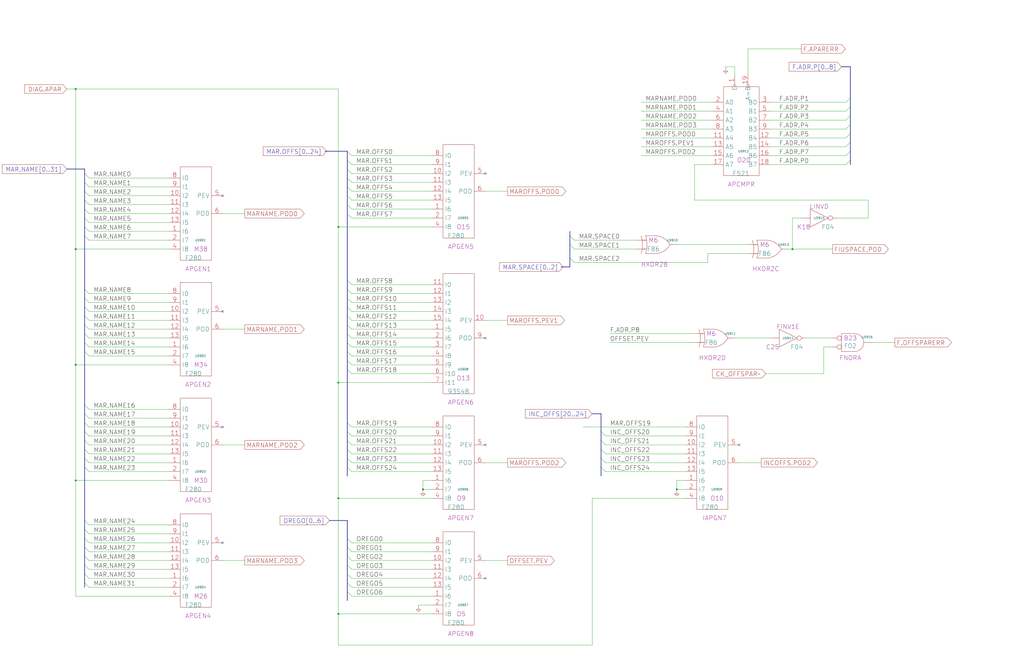
<source format=kicad_sch>
(kicad_sch (version 20230121) (generator eeschema)
  (paper "User" 584.2 378.46)
  (title_block (title "ADDRESS BUS PARITY\\nGENERATOR AND CHECKER") (date "20-MAR-90") (rev "1.0") (comment 1 "FIU") (comment 2 "232-003065") (comment 3 "S400") (comment 4 "RELEASED"))
  (lib_symbols
    (symbol "r1000:93S48" (pin_names (offset 1.016))
      (property "Reference" "U" (at 2.54 5.08 0))
      (property "Value" "93S48" (at -6.35 -7.62 0))
      (property "Location" "___" (at -1.27 0 0))
      (property "Name" "______" (at 1.27 -15.24 0))
      (symbol "93S48_1_1"
        (rectangle (start -8.89 59.69) (end 8.89 -8.89))
        (pin input line (at -15.24 27.94 0) (length 6.35) (name "I5") (number "1"))
        (pin output line (at 15.24 33.02 180) (length 6.35) (name "PEV") (number "10"))
        (pin input line (at -15.24 53.34 0) (length 6.35) (name "I0") (number "11"))
        (pin input line (at -15.24 48.26 0) (length 6.35) (name "I1") (number "12"))
        (pin input line (at -15.24 43.18 0) (length 6.35) (name "I2") (number "13"))
        (pin input line (at -15.24 38.1 0) (length 6.35) (name "I3") (number "14"))
        (pin input line (at -15.24 33.02 0) (length 6.35) (name "I4") (number "15"))
        (pin input line (at -15.24 22.86 0) (length 6.35) (name "I6") (number "2"))
        (pin input line (at -15.24 17.78 0) (length 6.35) (name "I7") (number "3"))
        (pin input line (at -15.24 12.7 0) (length 6.35) (name "I8") (number "4"))
        (pin input line (at -15.24 7.62 0) (length 6.35) (name "I9") (number "5"))
        (pin input line (at -15.24 2.54 0) (length 6.35) (name "I10") (number "6"))
        (pin input line (at -15.24 -2.54 0) (length 6.35) (name "I11") (number "7"))
        (pin output line (at 15.24 22.86 180) (length 6.35) (name "POD") (number "9"))
      )
    )
    (symbol "r1000:F02" (pin_numbers hide) (pin_names hide)
      (property "Reference" "U" (at 12.16 0.635 0))
      (property "Value" "F02" (at -1.27 -4.445 0))
      (property "Location" "___" (at 2.54 0 0))
      (property "Name" "______" (at 2.54 -12.7 0))
      (symbol "F02_0_1"
        (arc (start -3.81 -7.62) (mid -2.9847 -2.54) (end -3.81 2.54) (stroke (width 0.1524)))
        (polyline (pts (xy -5.08 -5.08) (xy -3.175 -5.08)) (stroke (width 0.1524)))
        (polyline (pts (xy -5.08 0) (xy -3.175 0)) (stroke (width 0.1524)))
        (polyline (pts (xy -3.81 -7.62) (xy 2.54 -7.62)) (stroke (width 0.1524)))
        (polyline (pts (xy -3.81 2.54) (xy 2.54 2.54)) (stroke (width 0.1524)))
        (polyline (pts (xy 13.97 -2.54) (xy 12.7 -2.54)) (stroke (width 0.1524)))
        (arc (start 2.54 -7.62) (mid 6.9515 -5.9823) (end 10.16 -2.54) (stroke (width 0.1524)))
        (arc (start 10.16 -2.54) (mid 6.9478 0.8966) (end 2.54 2.54) (stroke (width 0.1524)))
        (circle (center 11.43 -2.54) (radius 1.27) (stroke (width 0.1524)))
      )
      (symbol "F02_0_2"
        (circle (center -3.81 -5.08) (radius 1.27) (stroke (width 0.1524)))
        (circle (center -3.81 0) (radius 1.27) (stroke (width 0.1524)))
        (polyline (pts (xy -2.54 -7.62) (xy 5.08 -7.62)) (stroke (width 0.1524)))
        (polyline (pts (xy -2.54 2.54) (xy -2.54 -7.62)) (stroke (width 0.1524)))
        (polyline (pts (xy -2.54 2.54) (xy 5.08 2.54)) (stroke (width 0.1524)))
        (polyline (pts (xy 11.43 -2.54) (xy 10.16 -2.54)) (stroke (width 0.1524)))
        (polyline (pts (xy 11.43 -2.54) (xy 12.7 -2.54)) (stroke (width 0.1524)))
        (arc (start 5.08 -7.62) (mid 10.1282 -2.54) (end 5.08 2.54) (stroke (width 0.1524)))
      )
      (symbol "F02_1_1"
        (pin input line (at -7.62 0 0) (length 2.54) (name "D0") (number "1"))
        (pin input line (at -7.62 -5.08 0) (length 2.54) (name "D1") (number "2"))
        (pin output line (at 15.24 -2.54 180) (length 1.27) (name "Q") (number "3"))
      )
      (symbol "F02_1_2"
        (pin input line (at -7.62 0 0) (length 2.54) (name "D0") (number "1"))
        (pin input line (at -7.62 -5.08 0) (length 2.54) (name "D1") (number "2"))
        (pin output line (at 15.24 -2.54 180) (length 2.54) (name "Q") (number "3"))
      )
    )
    (symbol "r1000:F04" (pin_numbers hide) (pin_names hide)
      (property "Reference" "U" (at 0 0 0))
      (property "Value" "F04" (at 1.27 -5.08 0))
      (property "Location" "___" (at -12.7 -5.08 0))
      (property "Name" "______" (at 0 5.08 0))
      (symbol "F04_0_1"
        (polyline (pts (xy -7.62 0) (xy -5.08 0)) (stroke (width 0.1524)))
        (polyline (pts (xy -5.08 5.08) (xy -5.08 -5.08)) (stroke (width 0.1524)))
        (polyline (pts (xy 5.08 0) (xy -5.08 -5.08)) (stroke (width 0.1524)))
        (polyline (pts (xy 5.08 0) (xy -5.08 5.08)) (stroke (width 0.1524)))
        (circle (center 6.35 0) (radius 1.27) (stroke (width 0.1524)))
      )
      (symbol "F04_1_1"
        (pin input line (at -10.16 0 0) (length 2.54) (name "D0") (number "1"))
        (pin output line (at 10.16 0 180) (length 2.54) (name "Q") (number "2"))
      )
    )
    (symbol "r1000:F280" (pin_names (offset 1.016))
      (property "Reference" "U" (at 2.54 5.08 0))
      (property "Value" "F280" (at -6.35 -5.08 0))
      (property "Location" "___" (at -1.27 0 0))
      (property "Name" "______" (at 1.27 -12.7 0))
      (symbol "F280_1_1"
        (rectangle (start -8.89 46.99) (end 8.89 -6.35))
        (pin input line (at -15.24 10.16 0) (length 6.35) (name "I6") (number "1"))
        (pin input line (at -15.24 30.48 0) (length 6.35) (name "I2") (number "10"))
        (pin input line (at -15.24 25.4 0) (length 6.35) (name "I3") (number "11"))
        (pin input line (at -15.24 20.32 0) (length 6.35) (name "I4") (number "12"))
        (pin input line (at -15.24 15.24 0) (length 6.35) (name "I5") (number "13"))
        (pin input line (at -15.24 5.08 0) (length 6.35) (name "I7") (number "2"))
        (pin input line (at -15.24 0 0) (length 6.35) (name "I8") (number "4"))
        (pin output line (at 15.24 30.48 180) (length 6.35) (name "PEV") (number "5"))
        (pin output line (at 15.24 20.32 180) (length 6.35) (name "POD") (number "6"))
        (pin input line (at -15.24 40.64 0) (length 6.35) (name "I0") (number "8"))
        (pin input line (at -15.24 35.56 0) (length 6.35) (name "I1") (number "9"))
      )
    )
    (symbol "r1000:F521" (pin_names (offset 1.016))
      (property "Reference" "U" (at 2.54 5.08 0))
      (property "Value" "F521" (at -3.81 -7.62 0))
      (property "Location" "___" (at -1.27 0 0))
      (property "Name" "______" (at 1.27 -15.24 0))
      (symbol "F521_1_1"
        (rectangle (start -8.89 41.91) (end 11.43 -8.89))
        (circle (center -2.54 42.545) (radius 0.635))
        (circle (center 5.08 42.545) (radius 0.635))
        (pin input line (at -2.54 48.26 270) (length 5.08) (name "E") (number "1"))
        (pin input line (at -15.24 12.7 0) (length 6.35) (name "A4") (number "11"))
        (pin input line (at 17.78 12.7 180) (length 6.35) (name "B4") (number "12"))
        (pin input line (at -15.24 7.62 0) (length 6.35) (name "A5") (number "13"))
        (pin input line (at 17.78 7.62 180) (length 6.35) (name "B5") (number "14"))
        (pin input line (at -15.24 2.54 0) (length 6.35) (name "A6") (number "15"))
        (pin input line (at 17.78 2.54 180) (length 6.35) (name "B6") (number "16"))
        (pin input line (at -15.24 -2.54 0) (length 6.35) (name "A7") (number "17"))
        (pin input line (at 17.78 -2.54 180) (length 6.35) (name "B7") (number "18"))
        (pin output line (at 5.08 48.26 270) (length 5.08) (name "A=B") (number "19"))
        (pin input line (at -15.24 33.02 0) (length 6.35) (name "A0") (number "2"))
        (pin input line (at 17.78 33.02 180) (length 6.35) (name "B0") (number "3"))
        (pin input line (at -15.24 27.94 0) (length 6.35) (name "A1") (number "4"))
        (pin input line (at 17.78 27.94 180) (length 6.35) (name "B1") (number "5"))
        (pin input line (at -15.24 22.86 0) (length 6.35) (name "A2") (number "6"))
        (pin input line (at 17.78 22.86 180) (length 6.35) (name "B2") (number "7"))
        (pin input line (at -15.24 17.78 0) (length 6.35) (name "A3") (number "8"))
        (pin input line (at 17.78 17.78 180) (length 6.35) (name "B3") (number "9"))
      )
    )
    (symbol "r1000:F86" (pin_numbers hide) (pin_names hide)
      (property "Reference" "U" (at 12.7 2.54 0))
      (property "Value" "F86" (at 1.905 -2.54 0))
      (property "Location" "___" (at 1.905 2.54 0))
      (property "Name" "______" (at 2.54 -12.7 0))
      (symbol "F86_0_0"
        (arc (start -5.0873 -5.08) (mid -4.2626 0) (end -5.0873 5.08) (stroke (width 0.1524)))
        (arc (start -2.5473 -5.08) (mid -1.7226 0) (end -2.5473 5.08) (stroke (width 0.1524)))
        (polyline (pts (xy -2.54 -5.08) (xy 3.81 -5.08)) (stroke (width 0.1524)))
        (polyline (pts (xy -2.54 5.08) (xy 3.81 5.08)) (stroke (width 0.1524)))
        (arc (start 3.81 -5.08) (mid 8.2204 -3.4405) (end 11.43 0) (stroke (width 0.1524)))
        (arc (start 11.43 0) (mid 8.2216 3.4424) (end 3.81 5.08) (stroke (width 0.1524)))
      )
      (symbol "F86_0_1"
        (polyline (pts (xy -3.81 -2.54) (xy -1.905 -2.54)) (stroke (width 0.1524)))
        (polyline (pts (xy -3.81 2.54) (xy -1.905 2.54)) (stroke (width 0.1524)))
        (polyline (pts (xy 12.7 0) (xy 11.43 0)) (stroke (width 0.1524)))
      )
      (symbol "F86_1_1"
        (pin input line (at -7.62 2.54 0) (length 5.08) (name "D0") (number "1"))
        (pin input line (at -7.62 -2.54 0) (length 5.08) (name "D1") (number "2"))
        (pin output line (at 15.24 0 180) (length 2.54) (name "Q") (number "3"))
      )
    )
    (symbol "r1000:PD" (power) (pin_numbers hide) (pin_names hide) (in_bom no)
      (symbol "PD_0_1"
        (polyline (pts (xy 0 -2.54) (xy 1.27 -2.54) (xy 0 -3.81) (xy -1.27 -2.54) (xy 0 -2.54)) (stroke (width 0.1524)))
      )
      (symbol "PD_1_1"
        (pin power_in line (at 0 0 270) (length 2.54) (name "PD") (number "1"))
      )
    )
  )
  (junction (at 386.08 279.4))
  (junction (at 193.04 129.54))
  (junction (at 43.18 142.24))
  (junction (at 193.04 350.52))
  (junction (at 43.18 274.32))
  (junction (at 241.3 279.4))
  (junction (at 193.04 284.48))
  (junction (at 193.04 218.44))
  (junction (at 452.12 142.24))
  (junction (at 43.18 208.28))
  (junction (at 43.18 50.8))
  (no_connect (at 127 177.8))
  (no_connect (at 421.64 254))
  (no_connect (at 127 309.88))
  (no_connect (at 276.86 330.2))
  (no_connect (at 276.86 99.06))
  (no_connect (at 276.86 193.04))
  (no_connect (at 276.86 254))
  (no_connect (at 127 243.84))
  (no_connect (at 127 111.76))
  (bus_entry (at 48.26 200.66) (size 2.54 2.54))
  (bus_entry (at 325.12 134.62) (size 2.54 2.54))
  (bus_entry (at 198.12 246.38) (size 2.54 2.54))
  (bus_entry (at 198.12 256.54) (size 2.54 2.54))
  (bus_entry (at 198.12 195.58) (size 2.54 2.54))
  (bus_entry (at 485.14 55.88) (size -2.54 2.54))
  (bus_entry (at 48.26 297.18) (size 2.54 2.54))
  (bus_entry (at 48.26 114.3) (size 2.54 2.54))
  (bus_entry (at 342.9 246.38) (size 2.54 2.54))
  (bus_entry (at 485.14 91.44) (size -2.54 2.54))
  (bus_entry (at 325.12 147.32) (size 2.54 2.54))
  (bus_entry (at 48.26 307.34) (size 2.54 2.54))
  (bus_entry (at 325.12 139.7) (size 2.54 2.54))
  (bus_entry (at 485.14 60.96) (size -2.54 2.54))
  (bus_entry (at 198.12 241.3) (size 2.54 2.54))
  (bus_entry (at 48.26 327.66) (size 2.54 2.54))
  (bus_entry (at 198.12 337.82) (size 2.54 2.54))
  (bus_entry (at 485.14 86.36) (size -2.54 2.54))
  (bus_entry (at 48.26 180.34) (size 2.54 2.54))
  (bus_entry (at 198.12 327.66) (size 2.54 2.54))
  (bus_entry (at 48.26 109.22) (size 2.54 2.54))
  (bus_entry (at 198.12 101.6) (size 2.54 2.54))
  (bus_entry (at 485.14 81.28) (size -2.54 2.54))
  (bus_entry (at 48.26 236.22) (size 2.54 2.54))
  (bus_entry (at 485.14 66.04) (size -2.54 2.54))
  (bus_entry (at 48.26 185.42) (size 2.54 2.54))
  (bus_entry (at 48.26 195.58) (size 2.54 2.54))
  (bus_entry (at 198.12 322.58) (size 2.54 2.54))
  (bus_entry (at 342.9 251.46) (size 2.54 2.54))
  (bus_entry (at 198.12 261.62) (size 2.54 2.54))
  (bus_entry (at 48.26 231.14) (size 2.54 2.54))
  (bus_entry (at 198.12 185.42) (size 2.54 2.54))
  (bus_entry (at 48.26 246.38) (size 2.54 2.54))
  (bus_entry (at 48.26 317.5) (size 2.54 2.54))
  (bus_entry (at 48.26 322.58) (size 2.54 2.54))
  (bus_entry (at 48.26 190.5) (size 2.54 2.54))
  (bus_entry (at 198.12 165.1) (size 2.54 2.54))
  (bus_entry (at 198.12 251.46) (size 2.54 2.54))
  (bus_entry (at 198.12 312.42) (size 2.54 2.54))
  (bus_entry (at 48.26 134.62) (size 2.54 2.54))
  (bus_entry (at 48.26 129.54) (size 2.54 2.54))
  (bus_entry (at 198.12 160.02) (size 2.54 2.54))
  (bus_entry (at 48.26 332.74) (size 2.54 2.54))
  (bus_entry (at 48.26 251.46) (size 2.54 2.54))
  (bus_entry (at 48.26 256.54) (size 2.54 2.54))
  (bus_entry (at 198.12 96.52) (size 2.54 2.54))
  (bus_entry (at 48.26 302.26) (size 2.54 2.54))
  (bus_entry (at 198.12 190.5) (size 2.54 2.54))
  (bus_entry (at 198.12 91.44) (size 2.54 2.54))
  (bus_entry (at 198.12 170.18) (size 2.54 2.54))
  (bus_entry (at 48.26 165.1) (size 2.54 2.54))
  (bus_entry (at 485.14 76.2) (size -2.54 2.54))
  (bus_entry (at 48.26 261.62) (size 2.54 2.54))
  (bus_entry (at 342.9 256.54) (size 2.54 2.54))
  (bus_entry (at 198.12 205.74) (size 2.54 2.54))
  (bus_entry (at 48.26 104.14) (size 2.54 2.54))
  (bus_entry (at 48.26 124.46) (size 2.54 2.54))
  (bus_entry (at 48.26 170.18) (size 2.54 2.54))
  (bus_entry (at 342.9 266.7) (size 2.54 2.54))
  (bus_entry (at 48.26 266.7) (size 2.54 2.54))
  (bus_entry (at 198.12 116.84) (size 2.54 2.54))
  (bus_entry (at 198.12 86.36) (size 2.54 2.54))
  (bus_entry (at 198.12 332.74) (size 2.54 2.54))
  (bus_entry (at 48.26 99.06) (size 2.54 2.54))
  (bus_entry (at 485.14 71.12) (size -2.54 2.54))
  (bus_entry (at 198.12 111.76) (size 2.54 2.54))
  (bus_entry (at 198.12 121.92) (size 2.54 2.54))
  (bus_entry (at 198.12 175.26) (size 2.54 2.54))
  (bus_entry (at 48.26 119.38) (size 2.54 2.54))
  (bus_entry (at 48.26 312.42) (size 2.54 2.54))
  (bus_entry (at 198.12 266.7) (size 2.54 2.54))
  (bus_entry (at 198.12 307.34) (size 2.54 2.54))
  (bus_entry (at 198.12 210.82) (size 2.54 2.54))
  (bus_entry (at 198.12 200.66) (size 2.54 2.54))
  (bus_entry (at 198.12 106.68) (size 2.54 2.54))
  (bus_entry (at 48.26 241.3) (size 2.54 2.54))
  (bus_entry (at 198.12 180.34) (size 2.54 2.54))
  (bus_entry (at 342.9 261.62) (size 2.54 2.54))
  (bus_entry (at 198.12 317.5) (size 2.54 2.54))
  (bus_entry (at 48.26 175.26) (size 2.54 2.54))
  (bus (pts (xy 485.14 91.44) (xy 485.14 93.98)))
  (wire (pts (xy 200.66 93.98) (xy 246.38 93.98)))
  (wire (pts (xy 50.8 259.08) (xy 96.52 259.08)))
  (bus (pts (xy 342.9 266.7) (xy 342.9 271.78)))
  (wire (pts (xy 477.52 124.46) (xy 495.3 124.46)))
  (wire (pts (xy 50.8 314.96) (xy 96.52 314.96)))
  (wire (pts (xy 327.66 137.16) (xy 363.22 137.16)))
  (wire (pts (xy 276.86 264.16) (xy 289.56 264.16)))
  (bus (pts (xy 198.12 261.62) (xy 198.12 266.7)))
  (wire (pts (xy 50.8 264.16) (xy 96.52 264.16)))
  (bus (pts (xy 48.26 332.74) (xy 48.26 335.28)))
  (bus (pts (xy 48.26 322.58) (xy 48.26 327.66)))
  (wire (pts (xy 50.8 254) (xy 96.52 254)))
  (bus (pts (xy 198.12 175.26) (xy 198.12 180.34)))
  (wire (pts (xy 200.66 330.2) (xy 246.38 330.2)))
  (bus (pts (xy 38.1 96.52) (xy 48.26 96.52)))
  (wire (pts (xy 403.86 149.86) (xy 327.66 149.86)))
  (wire (pts (xy 50.8 248.92) (xy 96.52 248.92)))
  (wire (pts (xy 495.3 124.46) (xy 495.3 114.3)))
  (wire (pts (xy 276.86 109.22) (xy 289.56 109.22)))
  (wire (pts (xy 365.76 73.66) (xy 406.4 73.66)))
  (wire (pts (xy 50.8 187.96) (xy 96.52 187.96)))
  (wire (pts (xy 50.8 101.6) (xy 96.52 101.6)))
  (wire (pts (xy 365.76 83.82) (xy 406.4 83.82)))
  (bus (pts (xy 48.26 261.62) (xy 48.26 266.7)))
  (bus (pts (xy 198.12 317.5) (xy 198.12 322.58)))
  (wire (pts (xy 396.24 93.98) (xy 406.4 93.98)))
  (wire (pts (xy 43.18 208.28) (xy 96.52 208.28)))
  (bus (pts (xy 198.12 121.92) (xy 198.12 160.02)))
  (wire (pts (xy 439.42 88.9) (xy 482.6 88.9)))
  (bus (pts (xy 48.26 327.66) (xy 48.26 332.74)))
  (wire (pts (xy 419.1 193.04) (xy 439.42 193.04)))
  (wire (pts (xy 276.86 182.88) (xy 289.56 182.88)))
  (wire (pts (xy 50.8 167.64) (xy 96.52 167.64)))
  (wire (pts (xy 200.66 314.96) (xy 246.38 314.96)))
  (bus (pts (xy 198.12 200.66) (xy 198.12 205.74)))
  (wire (pts (xy 200.66 269.24) (xy 246.38 269.24)))
  (wire (pts (xy 50.8 335.28) (xy 96.52 335.28)))
  (wire (pts (xy 200.66 325.12) (xy 246.38 325.12)))
  (bus (pts (xy 198.12 180.34) (xy 198.12 185.42)))
  (bus (pts (xy 485.14 66.04) (xy 485.14 71.12)))
  (wire (pts (xy 193.04 50.8) (xy 193.04 129.54)))
  (wire (pts (xy 43.18 142.24) (xy 43.18 50.8)))
  (wire (pts (xy 386.08 139.7) (xy 426.72 139.7)))
  (bus (pts (xy 325.12 132.08) (xy 325.12 134.62)))
  (wire (pts (xy 50.8 111.76) (xy 96.52 111.76)))
  (wire (pts (xy 200.66 309.88) (xy 246.38 309.88)))
  (bus (pts (xy 48.26 96.52) (xy 48.26 99.06)))
  (bus (pts (xy 48.26 119.38) (xy 48.26 124.46)))
  (wire (pts (xy 345.44 254) (xy 391.16 254)))
  (bus (pts (xy 48.26 317.5) (xy 48.26 322.58)))
  (bus (pts (xy 48.26 266.7) (xy 48.26 297.18)))
  (wire (pts (xy 200.66 264.16) (xy 246.38 264.16)))
  (wire (pts (xy 43.18 340.36) (xy 43.18 274.32)))
  (bus (pts (xy 198.12 160.02) (xy 198.12 165.1)))
  (bus (pts (xy 48.26 134.62) (xy 48.26 165.1)))
  (bus (pts (xy 48.26 312.42) (xy 48.26 317.5)))
  (bus (pts (xy 198.12 256.54) (xy 198.12 261.62)))
  (wire (pts (xy 193.04 284.48) (xy 193.04 350.52)))
  (bus (pts (xy 48.26 200.66) (xy 48.26 231.14)))
  (bus (pts (xy 342.9 236.22) (xy 342.9 246.38)))
  (wire (pts (xy 345.44 264.16) (xy 391.16 264.16)))
  (bus (pts (xy 48.26 129.54) (xy 48.26 134.62)))
  (wire (pts (xy 200.66 182.88) (xy 246.38 182.88)))
  (wire (pts (xy 347.98 190.5) (xy 396.24 190.5)))
  (wire (pts (xy 421.64 264.16) (xy 434.34 264.16)))
  (wire (pts (xy 439.42 78.74) (xy 482.6 78.74)))
  (wire (pts (xy 50.8 172.72) (xy 96.52 172.72)))
  (wire (pts (xy 127 320.04) (xy 139.7 320.04)))
  (bus (pts (xy 485.14 81.28) (xy 485.14 86.36)))
  (bus (pts (xy 198.12 106.68) (xy 198.12 111.76)))
  (wire (pts (xy 50.8 238.76) (xy 96.52 238.76)))
  (wire (pts (xy 337.82 284.48) (xy 391.16 284.48)))
  (bus (pts (xy 48.26 114.3) (xy 48.26 119.38)))
  (wire (pts (xy 193.04 350.52) (xy 246.38 350.52)))
  (wire (pts (xy 200.66 177.8) (xy 246.38 177.8)))
  (wire (pts (xy 43.18 274.32) (xy 43.18 208.28)))
  (bus (pts (xy 325.12 147.32) (xy 325.12 152.4)))
  (wire (pts (xy 50.8 243.84) (xy 96.52 243.84)))
  (wire (pts (xy 200.66 335.28) (xy 246.38 335.28)))
  (wire (pts (xy 50.8 182.88) (xy 96.52 182.88)))
  (bus (pts (xy 48.26 307.34) (xy 48.26 312.42)))
  (bus (pts (xy 198.12 210.82) (xy 198.12 241.3)))
  (bus (pts (xy 48.26 165.1) (xy 48.26 170.18)))
  (bus (pts (xy 198.12 241.3) (xy 198.12 246.38)))
  (bus (pts (xy 337.82 236.22) (xy 342.9 236.22)))
  (wire (pts (xy 497.84 195.58) (xy 510.54 195.58)))
  (wire (pts (xy 439.42 93.98) (xy 482.6 93.98)))
  (wire (pts (xy 337.82 284.48) (xy 337.82 368.3)))
  (wire (pts (xy 403.86 144.78) (xy 403.86 149.86)))
  (wire (pts (xy 452.12 124.46) (xy 452.12 142.24)))
  (wire (pts (xy 50.8 304.8) (xy 96.52 304.8)))
  (bus (pts (xy 187.96 297.18) (xy 198.12 297.18)))
  (bus (pts (xy 485.14 71.12) (xy 485.14 76.2)))
  (bus (pts (xy 48.26 99.06) (xy 48.26 104.14)))
  (bus (pts (xy 198.12 266.7) (xy 198.12 271.78)))
  (bus (pts (xy 485.14 60.96) (xy 485.14 66.04)))
  (bus (pts (xy 198.12 101.6) (xy 198.12 106.68)))
  (wire (pts (xy 200.66 340.36) (xy 246.38 340.36)))
  (wire (pts (xy 50.8 309.88) (xy 96.52 309.88)))
  (bus (pts (xy 198.12 91.44) (xy 198.12 96.52)))
  (wire (pts (xy 200.66 88.9) (xy 246.38 88.9)))
  (wire (pts (xy 127 187.96) (xy 139.7 187.96)))
  (wire (pts (xy 200.66 208.28) (xy 246.38 208.28)))
  (wire (pts (xy 439.42 63.5) (xy 482.6 63.5)))
  (bus (pts (xy 48.26 180.34) (xy 48.26 185.42)))
  (wire (pts (xy 419.1 38.1) (xy 414.02 38.1)))
  (wire (pts (xy 43.18 340.36) (xy 96.52 340.36)))
  (wire (pts (xy 50.8 132.08) (xy 96.52 132.08)))
  (wire (pts (xy 43.18 142.24) (xy 96.52 142.24)))
  (bus (pts (xy 48.26 256.54) (xy 48.26 261.62)))
  (wire (pts (xy 200.66 213.36) (xy 246.38 213.36)))
  (wire (pts (xy 469.9 198.12) (xy 469.9 213.36)))
  (wire (pts (xy 200.66 162.56) (xy 246.38 162.56)))
  (bus (pts (xy 48.26 185.42) (xy 48.26 190.5)))
  (bus (pts (xy 48.26 236.22) (xy 48.26 241.3)))
  (wire (pts (xy 50.8 193.04) (xy 96.52 193.04)))
  (wire (pts (xy 495.3 114.3) (xy 396.24 114.3)))
  (wire (pts (xy 50.8 325.12) (xy 96.52 325.12)))
  (bus (pts (xy 48.26 124.46) (xy 48.26 129.54)))
  (bus (pts (xy 342.9 256.54) (xy 342.9 261.62)))
  (wire (pts (xy 345.44 259.08) (xy 391.16 259.08)))
  (wire (pts (xy 200.66 187.96) (xy 246.38 187.96)))
  (wire (pts (xy 200.66 259.08) (xy 246.38 259.08)))
  (wire (pts (xy 193.04 368.3) (xy 337.82 368.3)))
  (wire (pts (xy 193.04 284.48) (xy 246.38 284.48)))
  (wire (pts (xy 200.66 193.04) (xy 246.38 193.04)))
  (bus (pts (xy 485.14 86.36) (xy 485.14 91.44)))
  (bus (pts (xy 198.12 170.18) (xy 198.12 175.26)))
  (wire (pts (xy 50.8 233.68) (xy 96.52 233.68)))
  (bus (pts (xy 320.04 152.4) (xy 325.12 152.4)))
  (wire (pts (xy 238.76 345.44) (xy 246.38 345.44)))
  (bus (pts (xy 485.14 76.2) (xy 485.14 81.28)))
  (bus (pts (xy 198.12 165.1) (xy 198.12 170.18)))
  (bus (pts (xy 485.14 55.88) (xy 485.14 60.96)))
  (bus (pts (xy 48.26 190.5) (xy 48.26 195.58)))
  (bus (pts (xy 198.12 322.58) (xy 198.12 327.66)))
  (bus (pts (xy 198.12 86.36) (xy 198.12 91.44)))
  (bus (pts (xy 48.26 175.26) (xy 48.26 180.34)))
  (wire (pts (xy 200.66 99.06) (xy 246.38 99.06)))
  (wire (pts (xy 241.3 274.32) (xy 241.3 279.4)))
  (wire (pts (xy 426.72 27.94) (xy 457.2 27.94)))
  (wire (pts (xy 50.8 299.72) (xy 96.52 299.72)))
  (bus (pts (xy 325.12 139.7) (xy 325.12 147.32)))
  (wire (pts (xy 193.04 129.54) (xy 246.38 129.54)))
  (wire (pts (xy 193.04 218.44) (xy 246.38 218.44)))
  (bus (pts (xy 198.12 111.76) (xy 198.12 116.84)))
  (bus (pts (xy 48.26 297.18) (xy 48.26 302.26)))
  (wire (pts (xy 241.3 279.4) (xy 246.38 279.4)))
  (wire (pts (xy 347.98 195.58) (xy 396.24 195.58)))
  (wire (pts (xy 50.8 330.2) (xy 96.52 330.2)))
  (wire (pts (xy 193.04 350.52) (xy 193.04 368.3)))
  (wire (pts (xy 419.1 43.18) (xy 419.1 38.1)))
  (bus (pts (xy 198.12 332.74) (xy 198.12 337.82)))
  (wire (pts (xy 50.8 198.12) (xy 96.52 198.12)))
  (wire (pts (xy 193.04 218.44) (xy 193.04 284.48)))
  (wire (pts (xy 38.1 50.8) (xy 43.18 50.8)))
  (wire (pts (xy 449.58 142.24) (xy 452.12 142.24)))
  (wire (pts (xy 276.86 320.04) (xy 289.56 320.04)))
  (bus (pts (xy 185.42 86.36) (xy 198.12 86.36)))
  (bus (pts (xy 342.9 251.46) (xy 342.9 256.54)))
  (wire (pts (xy 50.8 106.68) (xy 96.52 106.68)))
  (wire (pts (xy 50.8 320.04) (xy 96.52 320.04)))
  (wire (pts (xy 50.8 269.24) (xy 96.52 269.24)))
  (bus (pts (xy 48.26 104.14) (xy 48.26 109.22)))
  (wire (pts (xy 50.8 121.92) (xy 96.52 121.92)))
  (bus (pts (xy 198.12 116.84) (xy 198.12 121.92)))
  (wire (pts (xy 50.8 177.8) (xy 96.52 177.8)))
  (wire (pts (xy 43.18 50.8) (xy 193.04 50.8)))
  (wire (pts (xy 474.98 198.12) (xy 469.9 198.12)))
  (wire (pts (xy 327.66 142.24) (xy 363.22 142.24)))
  (bus (pts (xy 48.26 246.38) (xy 48.26 251.46)))
  (wire (pts (xy 200.66 254) (xy 246.38 254)))
  (wire (pts (xy 246.38 274.32) (xy 241.3 274.32)))
  (wire (pts (xy 200.66 109.22) (xy 246.38 109.22)))
  (wire (pts (xy 365.76 78.74) (xy 406.4 78.74)))
  (bus (pts (xy 48.26 302.26) (xy 48.26 307.34)))
  (wire (pts (xy 386.08 279.4) (xy 391.16 279.4)))
  (wire (pts (xy 50.8 116.84) (xy 96.52 116.84)))
  (wire (pts (xy 127 121.92) (xy 139.7 121.92)))
  (bus (pts (xy 485.14 38.1) (xy 485.14 55.88)))
  (wire (pts (xy 345.44 248.92) (xy 391.16 248.92)))
  (bus (pts (xy 48.26 251.46) (xy 48.26 256.54)))
  (wire (pts (xy 50.8 203.2) (xy 96.52 203.2)))
  (wire (pts (xy 439.42 58.42) (xy 482.6 58.42)))
  (wire (pts (xy 396.24 114.3) (xy 396.24 93.98)))
  (bus (pts (xy 198.12 312.42) (xy 198.12 317.5)))
  (bus (pts (xy 48.26 231.14) (xy 48.26 236.22)))
  (bus (pts (xy 198.12 327.66) (xy 198.12 332.74)))
  (wire (pts (xy 200.66 320.04) (xy 246.38 320.04)))
  (wire (pts (xy 365.76 88.9) (xy 406.4 88.9)))
  (wire (pts (xy 332.74 243.84) (xy 391.16 243.84)))
  (wire (pts (xy 391.16 274.32) (xy 386.08 274.32)))
  (wire (pts (xy 439.42 73.66) (xy 482.6 73.66)))
  (wire (pts (xy 200.66 119.38) (xy 246.38 119.38)))
  (bus (pts (xy 198.12 96.52) (xy 198.12 101.6)))
  (bus (pts (xy 198.12 246.38) (xy 198.12 251.46)))
  (wire (pts (xy 50.8 127) (xy 96.52 127)))
  (bus (pts (xy 342.9 246.38) (xy 342.9 251.46)))
  (wire (pts (xy 200.66 172.72) (xy 246.38 172.72)))
  (wire (pts (xy 200.66 114.3) (xy 246.38 114.3)))
  (bus (pts (xy 198.12 185.42) (xy 198.12 190.5)))
  (wire (pts (xy 457.2 124.46) (xy 452.12 124.46)))
  (wire (pts (xy 50.8 137.16) (xy 96.52 137.16)))
  (wire (pts (xy 469.9 213.36) (xy 436.88 213.36)))
  (bus (pts (xy 198.12 337.82) (xy 198.12 342.9)))
  (wire (pts (xy 43.18 274.32) (xy 96.52 274.32)))
  (bus (pts (xy 48.26 109.22) (xy 48.26 114.3)))
  (wire (pts (xy 200.66 167.64) (xy 246.38 167.64)))
  (wire (pts (xy 365.76 68.58) (xy 406.4 68.58)))
  (bus (pts (xy 198.12 205.74) (xy 198.12 210.82)))
  (wire (pts (xy 200.66 243.84) (xy 246.38 243.84)))
  (wire (pts (xy 365.76 58.42) (xy 406.4 58.42)))
  (wire (pts (xy 439.42 83.82) (xy 482.6 83.82)))
  (bus (pts (xy 198.12 190.5) (xy 198.12 195.58)))
  (wire (pts (xy 426.72 144.78) (xy 403.86 144.78)))
  (wire (pts (xy 459.74 193.04) (xy 474.98 193.04)))
  (bus (pts (xy 198.12 307.34) (xy 198.12 312.42)))
  (bus (pts (xy 198.12 297.18) (xy 198.12 307.34)))
  (wire (pts (xy 200.66 198.12) (xy 246.38 198.12)))
  (bus (pts (xy 48.26 170.18) (xy 48.26 175.26)))
  (bus (pts (xy 48.26 241.3) (xy 48.26 246.38)))
  (wire (pts (xy 365.76 63.5) (xy 406.4 63.5)))
  (wire (pts (xy 386.08 274.32) (xy 386.08 279.4)))
  (wire (pts (xy 127 254) (xy 139.7 254)))
  (wire (pts (xy 200.66 124.46) (xy 246.38 124.46)))
  (wire (pts (xy 452.12 142.24) (xy 474.98 142.24)))
  (wire (pts (xy 200.66 248.92) (xy 246.38 248.92)))
  (bus (pts (xy 342.9 261.62) (xy 342.9 266.7)))
  (wire (pts (xy 193.04 129.54) (xy 193.04 218.44)))
  (wire (pts (xy 43.18 208.28) (xy 43.18 142.24)))
  (bus (pts (xy 325.12 134.62) (xy 325.12 139.7)))
  (wire (pts (xy 426.72 43.18) (xy 426.72 27.94)))
  (wire (pts (xy 345.44 269.24) (xy 391.16 269.24)))
  (bus (pts (xy 198.12 195.58) (xy 198.12 200.66)))
  (bus (pts (xy 198.12 251.46) (xy 198.12 256.54)))
  (wire (pts (xy 200.66 104.14) (xy 246.38 104.14)))
  (wire (pts (xy 439.42 68.58) (xy 482.6 68.58)))
  (wire (pts (xy 200.66 203.2) (xy 246.38 203.2)))
  (bus (pts (xy 480.06 38.1) (xy 485.14 38.1)))
  (bus (pts (xy 48.26 195.58) (xy 48.26 200.66)))
  (label "MAR.NAME24" (at 53.34 299.72 0) (effects (font (size 2.54 2.54))))
  (label "F.ADR.P8" (at 347.98 190.5 0) (effects (font (size 2.54 2.54))))
  (label "MAR.OFFS23" (at 203.2 264.16 0) (effects (font (size 2.54 2.54))))
  (label "MAR.NAME22" (at 53.34 264.16 0) (effects (font (size 2.54 2.54))))
  (label "MAR.OFFS5" (at 203.2 114.3 0) (effects (font (size 2.54 2.54))))
  (label "MAR.OFFS13" (at 203.2 187.96 0) (effects (font (size 2.54 2.54))))
  (label "MAR.NAME16" (at 53.34 233.68 0) (effects (font (size 2.54 2.54))))
  (label "OREGO3" (at 203.2 325.12 0) (effects (font (size 2.54 2.54))))
  (label "MAR.OFFS10" (at 203.2 172.72 0) (effects (font (size 2.54 2.54))))
  (label "MAR.OFFS12" (at 203.2 182.88 0) (effects (font (size 2.54 2.54))))
  (label "MARNAME.POD2" (at 368.3 68.58 0) (effects (font (size 2.54 2.54))))
  (label "MAR.OFFS24" (at 203.2 269.24 0) (effects (font (size 2.54 2.54))))
  (label "F.ADR.P5" (at 444.5 78.74 0) (effects (font (size 2.54 2.54))))
  (label "MAR.NAME29" (at 53.34 325.12 0) (effects (font (size 2.54 2.54))))
  (label "MAR.OFFS2" (at 203.2 99.06 0) (effects (font (size 2.54 2.54))))
  (label "MAR.NAME31" (at 53.34 335.28 0) (effects (font (size 2.54 2.54))))
  (label "MAR.NAME26" (at 53.34 309.88 0) (effects (font (size 2.54 2.54))))
  (label "OREGO6" (at 203.2 340.36 0) (effects (font (size 2.54 2.54))))
  (label "MARNAME.POD0" (at 368.3 58.42 0) (effects (font (size 2.54 2.54))))
  (label "MAR.NAME0" (at 53.34 101.6 0) (effects (font (size 2.54 2.54))))
  (label "MAR.OFFS17" (at 203.2 208.28 0) (effects (font (size 2.54 2.54))))
  (label "F.ADR.P7" (at 444.5 88.9 0) (effects (font (size 2.54 2.54))))
  (label "MARNAME.POD3" (at 368.3 73.66 0) (effects (font (size 2.54 2.54))))
  (label "MAR.NAME15" (at 53.34 203.2 0) (effects (font (size 2.54 2.54))))
  (label "MAROFFS.POD2" (at 368.3 88.9 0) (effects (font (size 2.54 2.54))))
  (label "MAR.OFFS0" (at 203.2 88.9 0) (effects (font (size 2.54 2.54))))
  (label "OREGO1" (at 203.2 314.96 0) (effects (font (size 2.54 2.54))))
  (label "MAROFFS.PEV1" (at 368.3 83.82 0) (effects (font (size 2.54 2.54))))
  (label "INC_OFFS24" (at 347.98 269.24 0) (effects (font (size 2.54 2.54))))
  (label "OFFSET.PEV" (at 347.98 195.58 0) (effects (font (size 2.54 2.54))))
  (label "MAR.OFFS9" (at 203.2 167.64 0) (effects (font (size 2.54 2.54))))
  (label "MARNAME.POD1" (at 368.3 63.5 0) (effects (font (size 2.54 2.54))))
  (label "F.ADR.P6" (at 444.5 83.82 0) (effects (font (size 2.54 2.54))))
  (label "MAR.OFFS7" (at 203.2 124.46 0) (effects (font (size 2.54 2.54))))
  (label "MAR.NAME12" (at 53.34 187.96 0) (effects (font (size 2.54 2.54))))
  (label "MAR.OFFS4" (at 203.2 109.22 0) (effects (font (size 2.54 2.54))))
  (label "MAR.NAME20" (at 53.34 254 0) (effects (font (size 2.54 2.54))))
  (label "F.ADR.P1" (at 444.5 58.42 0) (effects (font (size 2.54 2.54))))
  (label "MAR.NAME19" (at 53.34 248.92 0) (effects (font (size 2.54 2.54))))
  (label "MAR.NAME7" (at 53.34 137.16 0) (effects (font (size 2.54 2.54))))
  (label "OREGO2" (at 203.2 320.04 0) (effects (font (size 2.54 2.54))))
  (label "F.ADR.P3" (at 444.5 68.58 0) (effects (font (size 2.54 2.54))))
  (label "MAR.OFFS1" (at 203.2 93.98 0) (effects (font (size 2.54 2.54))))
  (label "MAR.OFFS11" (at 203.2 177.8 0) (effects (font (size 2.54 2.54))))
  (label "MAR.NAME13" (at 53.34 193.04 0) (effects (font (size 2.54 2.54))))
  (label "OREGO4" (at 203.2 330.2 0) (effects (font (size 2.54 2.54))))
  (label "MAR.NAME18" (at 53.34 243.84 0) (effects (font (size 2.54 2.54))))
  (label "MAR.NAME30" (at 53.34 330.2 0) (effects (font (size 2.54 2.54))))
  (label "INC_OFFS22" (at 347.98 259.08 0) (effects (font (size 2.54 2.54))))
  (label "MAR.OFFS14" (at 203.2 193.04 0) (effects (font (size 2.54 2.54))))
  (label "MAR.NAME21" (at 53.34 259.08 0) (effects (font (size 2.54 2.54))))
  (label "F.ADR.P0" (at 444.5 93.98 0) (effects (font (size 2.54 2.54))))
  (label "MAR.SPACE2" (at 330.2 149.86 0) (effects (font (size 2.54 2.54))))
  (label "MAR.OFFS8" (at 203.2 162.56 0) (effects (font (size 2.54 2.54))))
  (label "MAR.OFFS6" (at 203.2 119.38 0) (effects (font (size 2.54 2.54))))
  (label "INC_OFFS21" (at 347.98 254 0) (effects (font (size 2.54 2.54))))
  (label "MAR.NAME27" (at 53.34 314.96 0) (effects (font (size 2.54 2.54))))
  (label "MAR.NAME1" (at 53.34 106.68 0) (effects (font (size 2.54 2.54))))
  (label "MAR.OFFS20" (at 203.2 248.92 0) (effects (font (size 2.54 2.54))))
  (label "MAR.OFFS22" (at 203.2 259.08 0) (effects (font (size 2.54 2.54))))
  (label "MAR.NAME17" (at 53.34 238.76 0) (effects (font (size 2.54 2.54))))
  (label "MAR.NAME14" (at 53.34 198.12 0) (effects (font (size 2.54 2.54))))
  (label "MAR.OFFS21" (at 203.2 254 0) (effects (font (size 2.54 2.54))))
  (label "MAR.NAME5" (at 53.34 127 0) (effects (font (size 2.54 2.54))))
  (label "MAR.NAME28" (at 53.34 320.04 0) (effects (font (size 2.54 2.54))))
  (label "OREGO5" (at 203.2 335.28 0) (effects (font (size 2.54 2.54))))
  (label "MAR.OFFS19" (at 347.98 243.84 0) (effects (font (size 2.54 2.54))))
  (label "MAR.NAME3" (at 53.34 116.84 0) (effects (font (size 2.54 2.54))))
  (label "MAR.OFFS3" (at 203.2 104.14 0) (effects (font (size 2.54 2.54))))
  (label "MAR.OFFS18" (at 203.2 213.36 0) (effects (font (size 2.54 2.54))))
  (label "MAR.NAME6" (at 53.34 132.08 0) (effects (font (size 2.54 2.54))))
  (label "MAR.NAME25" (at 53.34 304.8 0) (effects (font (size 2.54 2.54))))
  (label "INC_OFFS23" (at 347.98 264.16 0) (effects (font (size 2.54 2.54))))
  (label "MAR.OFFS19" (at 203.2 243.84 0) (effects (font (size 2.54 2.54))))
  (label "INC_OFFS20" (at 347.98 248.92 0) (effects (font (size 2.54 2.54))))
  (label "MAR.NAME9" (at 53.34 172.72 0) (effects (font (size 2.54 2.54))))
  (label "MAR.OFFS16" (at 203.2 203.2 0) (effects (font (size 2.54 2.54))))
  (label "MAR.SPACE0" (at 330.2 137.16 0) (effects (font (size 2.54 2.54))))
  (label "F.ADR.P2" (at 444.5 63.5 0) (effects (font (size 2.54 2.54))))
  (label "MAR.SPACE1" (at 330.2 142.24 0) (effects (font (size 2.54 2.54))))
  (label "MAR.NAME2" (at 53.34 111.76 0) (effects (font (size 2.54 2.54))))
  (label "MAR.OFFS15" (at 203.2 198.12 0) (effects (font (size 2.54 2.54))))
  (label "F.ADR.P4" (at 444.5 73.66 0) (effects (font (size 2.54 2.54))))
  (label "MAR.NAME4" (at 53.34 121.92 0) (effects (font (size 2.54 2.54))))
  (label "OREGO0" (at 203.2 309.88 0) (effects (font (size 2.54 2.54))))
  (label "MAR.NAME11" (at 53.34 182.88 0) (effects (font (size 2.54 2.54))))
  (label "MAR.NAME23" (at 53.34 269.24 0) (effects (font (size 2.54 2.54))))
  (label "MAR.NAME8" (at 53.34 167.64 0) (effects (font (size 2.54 2.54))))
  (label "MAR.NAME10" (at 53.34 177.8 0) (effects (font (size 2.54 2.54))))
  (label "MAROFFS.POD0" (at 368.3 78.74 0) (effects (font (size 2.54 2.54))))
  (global_label "F.OFFSPARERR" (shape output) (at 510.54 195.58 0) (effects (font (size 2.54 2.54))) (property "Intersheetrefs" "${INTERSHEET_REFS}" (at 542.8222 195.4213 0) (effects (font (size 1.905 1.905)) (justify left))))
  (global_label "MAR.OFFS[0..24]" (shape input) (at 186.3131 86.36 180) (effects (font (size 2.54 2.54))) (property "Intersheetrefs" "${INTERSHEET_REFS}" (at 150.1604 86.2013 0) (effects (font (size 1.905 1.905)) (justify right))))
  (global_label "MAROFFS.POD2" (shape output) (at 289.56 264.16 0) (effects (font (size 2.54 2.54))) (property "Intersheetrefs" "${INTERSHEET_REFS}" (at 322.8098 264.0013 0) (effects (font (size 1.905 1.905)) (justify left))))
  (global_label "OREGO[0..6]" (shape input) (at 187.96 297.18 180) (effects (font (size 2.54 2.54))) (property "Intersheetrefs" "${INTERSHEET_REFS}" (at 159.7902 297.0213 0) (effects (font (size 1.905 1.905)) (justify right))))
  (global_label "MAROFFS.POD0" (shape output) (at 289.56 109.22 0) (effects (font (size 2.54 2.54))) (property "Intersheetrefs" "${INTERSHEET_REFS}" (at 322.8098 109.0613 0) (effects (font (size 1.905 1.905)) (justify left))))
  (global_label "MARNAME.POD2" (shape output) (at 139.7 254 0) (effects (font (size 2.54 2.54))) (property "Intersheetrefs" "${INTERSHEET_REFS}" (at 173.5546 253.8413 0) (effects (font (size 1.905 1.905)) (justify left))))
  (global_label "INC_OFFS[20..24]" (shape input) (at 337.82 236.22 180) (effects (font (size 2.54 2.54))) (property "Intersheetrefs" "${INTERSHEET_REFS}" (at 299.7321 236.0613 0) (effects (font (size 1.905 1.905)) (justify right))))
  (global_label "MAR.NAME[0..31]" (shape input) (at 38.1 96.52 180) (effects (font (size 2.54 2.54))) (property "Intersheetrefs" "${INTERSHEET_REFS}" (at 1.3426 96.3613 0) (effects (font (size 1.905 1.905)) (justify right))))
  (global_label "MARNAME.POD3" (shape output) (at 139.7 320.04 0) (effects (font (size 2.54 2.54))) (property "Intersheetrefs" "${INTERSHEET_REFS}" (at 173.5546 319.8813 0) (effects (font (size 1.905 1.905)) (justify left))))
  (global_label "FIUSPACE.POD" (shape output) (at 474.98 142.24 0) (effects (font (size 2.54 2.54))) (property "Intersheetrefs" "${INTERSHEET_REFS}" (at 506.7784 142.0813 0) (effects (font (size 1.905 1.905)) (justify left))))
  (global_label "MAROFFS.PEV1" (shape output) (at 289.56 182.88 0) (effects (font (size 2.54 2.54))) (property "Intersheetrefs" "${INTERSHEET_REFS}" (at 322.0841 182.7213 0) (effects (font (size 1.905 1.905)) (justify left))))
  (global_label "MARNAME.POD0" (shape output) (at 139.7 121.92 0) (effects (font (size 2.54 2.54))) (property "Intersheetrefs" "${INTERSHEET_REFS}" (at 173.5546 121.7613 0) (effects (font (size 1.905 1.905)) (justify left))))
  (global_label "INCOFFS.POD2" (shape output) (at 434.34 264.16 0) (effects (font (size 2.54 2.54))) (property "Intersheetrefs" "${INTERSHEET_REFS}" (at 466.3803 264.0013 0) (effects (font (size 1.905 1.905)) (justify left))))
  (global_label "F.APARERR" (shape output) (at 457.2 27.94 0) (effects (font (size 2.54 2.54))) (property "Intersheetrefs" "${INTERSHEET_REFS}" (at 482.225 27.7813 0) (effects (font (size 1.905 1.905)) (justify left))))
  (global_label "MARNAME.POD1" (shape output) (at 139.7 187.96 0) (effects (font (size 2.54 2.54))) (property "Intersheetrefs" "${INTERSHEET_REFS}" (at 173.5546 187.8013 0) (effects (font (size 1.905 1.905)) (justify left))))
  (global_label "CK_OFFSPAR~" (shape input) (at 436.88 213.36 180) (effects (font (size 2.54 2.54))) (property "Intersheetrefs" "${INTERSHEET_REFS}" (at 406.533 213.2013 0) (effects (font (size 1.905 1.905)) (justify right))))
  (global_label "DIAG.APAR" (shape input) (at 38.1 50.8 180) (effects (font (size 2.54 2.54))) (property "Intersheetrefs" "${INTERSHEET_REFS}" (at 14.1635 50.6413 0) (effects (font (size 1.905 1.905)) (justify right))))
  (global_label "MAR.SPACE[0..2]" (shape input) (at 321.2882 152.4 180) (effects (font (size 2.54 2.54))) (property "Intersheetrefs" "${INTERSHEET_REFS}" (at 285.0146 152.2413 0) (effects (font (size 1.905 1.905)) (justify right))))
  (global_label "F.ADR.P[0..8]" (shape input) (at 480.06 38.1 180) (effects (font (size 2.54 2.54))) (property "Intersheetrefs" "${INTERSHEET_REFS}" (at 450.1969 37.9413 0) (effects (font (size 1.905 1.905)) (justify right))))
  (global_label "OFFSET.PEV" (shape output) (at 289.56 320.04 0) (effects (font (size 2.54 2.54))) (property "Intersheetrefs" "${INTERSHEET_REFS}" (at 316.2784 319.8813 0) (effects (font (size 1.905 1.905)) (justify left))))
  (symbol (lib_id "r1000:F280") (at 111.76 208.28 0) (unit 1)
    (property "Reference" "U5902" (at 114.3 203.2 0))
    (property "Value" "F280" (at 105.41 213.36 0) (effects (font (size 2.54 2.54)) (justify left)))
    (property "Location" "M34" (at 110.49 208.28 0) (effects (font (size 2.54 2.54)) (justify left)))
    (property "Name" "APGEN2" (at 113.03 220.98 0) (effects (font (size 2.54 2.54)) (justify bottom)))
  )
  (symbol (lib_id "r1000:F280") (at 261.62 284.48 0) (unit 1)
    (property "Reference" "U5906" (at 264.16 279.4 0))
    (property "Value" "F280" (at 255.27 289.56 0) (effects (font (size 2.54 2.54)) (justify left)))
    (property "Location" "O9" (at 260.35 284.48 0) (effects (font (size 2.54 2.54)) (justify left)))
    (property "Name" "APGEN7" (at 262.89 297.18 0) (effects (font (size 2.54 2.54)) (justify bottom)))
  )
  (symbol (lib_id "r1000:PD") (at 414.02 38.1 0) (unit 1) (in_bom no)
    (property "Reference" "#PWR05903" (effects hide))
    (property "Value" "PD" (effects hide))
  )
  (symbol (lib_id "r1000:F280") (at 111.76 274.32 0) (unit 1)
    (property "Reference" "U5903" (at 114.3 269.24 0))
    (property "Value" "F280" (at 105.41 279.4 0) (effects (font (size 2.54 2.54)) (justify left)))
    (property "Location" "M30" (at 110.49 274.32 0) (effects (font (size 2.54 2.54)) (justify left)))
    (property "Name" "APGEN3" (at 113.03 287.02 0) (effects (font (size 2.54 2.54)) (justify bottom)))
  )
  (symbol (lib_id "r1000:F280") (at 111.76 142.24 0) (unit 1)
    (property "Reference" "U5901" (at 114.3 137.16 0))
    (property "Value" "F280" (at 105.41 147.32 0) (effects (font (size 2.54 2.54)) (justify left)))
    (property "Location" "M38" (at 110.49 142.24 0) (effects (font (size 2.54 2.54)) (justify left)))
    (property "Name" "APGEN1" (at 113.03 154.94 0) (effects (font (size 2.54 2.54)) (justify bottom)))
  )
  (symbol (lib_id "r1000:F04") (at 449.58 193.04 0) (unit 1)
    (property "Reference" "U5914" (at 449.58 193.04 0))
    (property "Value" "F04" (at 450.85 198.12 0) (effects (font (size 2.54 2.54)) (justify left)))
    (property "Location" "C25" (at 436.88 198.12 0) (effects (font (size 2.54 2.54)) (justify left)))
    (property "Name" "FINV1E" (at 449.58 187.96 0) (effects (font (size 2.54 2.54)) (justify bottom)))
  )
  (symbol (lib_id "r1000:F280") (at 406.4 284.48 0) (unit 1)
    (property "Reference" "U5909" (at 408.94 279.4 0))
    (property "Value" "F280" (at 400.05 289.56 0) (effects (font (size 2.54 2.54)) (justify left)))
    (property "Location" "O10" (at 405.13 284.48 0) (effects (font (size 2.54 2.54)) (justify left)))
    (property "Name" "IAPGN7" (at 407.67 297.18 0) (effects (font (size 2.54 2.54)) (justify bottom)))
  )
  (symbol (lib_id "r1000:F280") (at 261.62 350.52 0) (unit 1)
    (property "Reference" "U5907" (at 264.16 345.44 0))
    (property "Value" "F280" (at 255.27 355.6 0) (effects (font (size 2.54 2.54)) (justify left)))
    (property "Location" "O5" (at 260.35 350.52 0) (effects (font (size 2.54 2.54)) (justify left)))
    (property "Name" "APGEN8" (at 262.89 363.22 0) (effects (font (size 2.54 2.54)) (justify bottom)))
  )
  (symbol (lib_id "r1000:PD") (at 238.76 345.44 0) (unit 1) (in_bom no)
    (property "Reference" "#PWR05901" (effects hide))
    (property "Value" "PD" (effects hide))
  )
  (symbol (lib_id "r1000:93S48") (at 261.62 215.9 0) (unit 1)
    (property "Reference" "U5908" (at 264.16 210.82 0))
    (property "Value" "93S48" (at 255.27 223.52 0) (effects (font (size 2.54 2.54)) (justify left)))
    (property "Location" "O13" (at 260.35 215.9 0) (effects (font (size 2.54 2.54)) (justify left)))
    (property "Name" "APGEN6" (at 262.89 231.14 0) (effects (font (size 2.54 2.54)) (justify bottom)))
  )
  (symbol (lib_id "r1000:F280") (at 111.76 340.36 0) (unit 1)
    (property "Reference" "U5904" (at 114.3 335.28 0))
    (property "Value" "F280" (at 105.41 345.44 0) (effects (font (size 2.54 2.54)) (justify left)))
    (property "Location" "M26" (at 110.49 340.36 0) (effects (font (size 2.54 2.54)) (justify left)))
    (property "Name" "APGEN4" (at 113.03 353.06 0) (effects (font (size 2.54 2.54)) (justify bottom)))
  )
  (symbol (lib_id "r1000:PD") (at 386.08 279.4 0) (unit 1) (in_bom no)
    (property "Reference" "#PWR05902" (effects hide))
    (property "Value" "PD" (effects hide))
  )
  (symbol (lib_id "r1000:F02") (at 482.6 193.04 0) (unit 1) (convert 2)
    (property "Reference" "U5916" (at 494.76 192.405 0))
    (property "Value" "F02" (at 481.33 197.485 0) (effects (font (size 2.54 2.54)) (justify left)))
    (property "Location" "B23" (at 485.14 193.04 0) (effects (font (size 2.54 2.54))))
    (property "Name" "FNORA" (at 485.14 205.74 0) (effects (font (size 2.54 2.54)) (justify bottom)))
  )
  (symbol (lib_id "r1000:F86") (at 403.86 193.04 0) (unit 1)
    (property "Reference" "U5911" (at 416.56 190.5 0))
    (property "Value" "F86" (at 405.765 195.58 0) (effects (font (size 2.54 2.54))))
    (property "Location" "M6" (at 405.765 190.5 0) (effects (font (size 2.54 2.54))))
    (property "Name" "HXOR2D" (at 406.4 205.74 0) (effects (font (size 2.54 2.54)) (justify bottom)))
  )
  (symbol (lib_id "r1000:F04") (at 467.36 124.46 0) (unit 1)
    (property "Reference" "U5915" (at 467.36 124.46 0))
    (property "Value" "F04" (at 468.63 129.54 0) (effects (font (size 2.54 2.54)) (justify left)))
    (property "Location" "K18" (at 454.66 129.54 0) (effects (font (size 2.54 2.54)) (justify left)))
    (property "Name" "LINVD" (at 467.36 119.38 0) (effects (font (size 2.54 2.54)) (justify bottom)))
  )
  (symbol (lib_id "r1000:F86") (at 370.84 139.7 0) (unit 1)
    (property "Reference" "U5910" (at 383.54 137.16 0))
    (property "Value" "F86" (at 372.745 142.24 0) (effects (font (size 2.54 2.54))))
    (property "Location" "M6" (at 372.745 137.16 0) (effects (font (size 2.54 2.54))))
    (property "Name" "HXOR2B" (at 373.38 152.4 0) (effects (font (size 2.54 2.54)) (justify bottom)))
  )
  (symbol (lib_id "r1000:F86") (at 434.34 142.24 0) (unit 1)
    (property "Reference" "U5913" (at 447.04 139.7 0))
    (property "Value" "F86" (at 436.245 144.78 0) (effects (font (size 2.54 2.54))))
    (property "Location" "M6" (at 436.245 139.7 0) (effects (font (size 2.54 2.54))))
    (property "Name" "HXOR2C" (at 436.88 154.94 0) (effects (font (size 2.54 2.54)) (justify bottom)))
  )
  (symbol (lib_id "r1000:F521") (at 421.64 91.44 0) (unit 1)
    (property "Reference" "U5912" (at 424.18 86.36 0))
    (property "Value" "F521" (at 417.83 99.06 0) (effects (font (size 2.54 2.54)) (justify left)))
    (property "Location" "O20" (at 420.37 91.44 0) (effects (font (size 2.54 2.54)) (justify left)))
    (property "Name" "APCMPR" (at 422.91 106.68 0) (effects (font (size 2.54 2.54)) (justify bottom)))
  )
  (symbol (lib_id "r1000:PD") (at 241.3 279.4 0) (unit 1) (in_bom no)
    (property "Reference" "#PWR0172" (effects hide))
    (property "Value" "PD" (effects hide))
  )
  (symbol (lib_id "r1000:F280") (at 261.62 129.54 0) (unit 1)
    (property "Reference" "U5905" (at 264.16 124.46 0))
    (property "Value" "F280" (at 255.27 134.62 0) (effects (font (size 2.54 2.54)) (justify left)))
    (property "Location" "O15" (at 260.35 129.54 0) (effects (font (size 2.54 2.54)) (justify left)))
    (property "Name" "APGEN5" (at 262.89 142.24 0) (effects (font (size 2.54 2.54)) (justify bottom)))
  )
)
</source>
